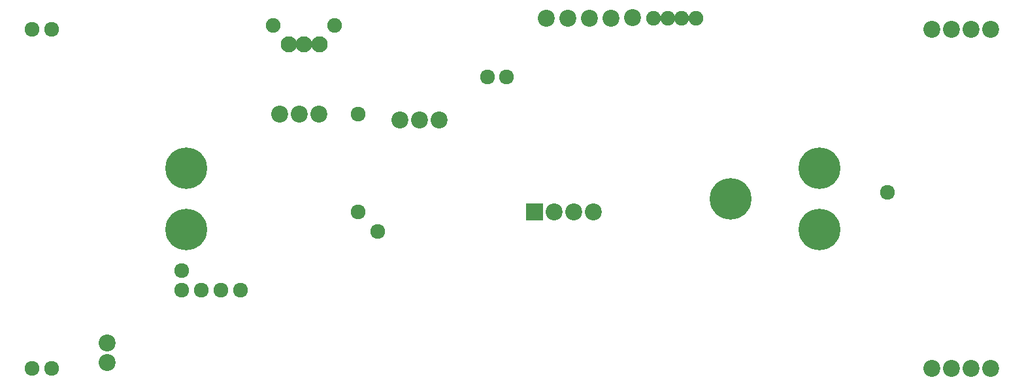
<source format=gbr>
G04 #@! TF.FileFunction,Soldermask,Bot*
%FSLAX46Y46*%
G04 Gerber Fmt 4.6, Leading zero omitted, Abs format (unit mm)*
G04 Created by KiCad (PCBNEW 4.0.2+dfsg1-stable) date mer. 17 juil. 2019 11:13:31 CEST*
%MOMM*%
G01*
G04 APERTURE LIST*
%ADD10C,0.100000*%
%ADD11C,5.400000*%
%ADD12C,1.200000*%
%ADD13C,1.924000*%
%ADD14C,2.200000*%
%ADD15C,1.900000*%
%ADD16C,2.100000*%
%ADD17R,2.200000X2.200000*%
G04 APERTURE END LIST*
D10*
D11*
X104750000Y-101000000D03*
D12*
X104750000Y-99000000D03*
X106750000Y-101000000D03*
X104750000Y-103000000D03*
X102750000Y-101000000D03*
X106160000Y-99590000D03*
X106160000Y-102410000D03*
X103340000Y-102410000D03*
X103340000Y-99590000D03*
D11*
X104750000Y-109000000D03*
D12*
X104750000Y-107000000D03*
X106750000Y-109000000D03*
X104750000Y-111000000D03*
X102750000Y-109000000D03*
X106160000Y-107590000D03*
X106160000Y-110410000D03*
X103340000Y-110410000D03*
X103340000Y-107590000D03*
D11*
X175250000Y-105000000D03*
D12*
X175250000Y-103000000D03*
X177250000Y-105000000D03*
X175250000Y-107000000D03*
X173250000Y-105000000D03*
X176660000Y-103590000D03*
X176660000Y-106410000D03*
X173840000Y-106410000D03*
X173840000Y-103590000D03*
D11*
X186750000Y-101000000D03*
D12*
X186750000Y-99000000D03*
X188750000Y-101000000D03*
X186750000Y-103000000D03*
X184750000Y-101000000D03*
X188160000Y-99590000D03*
X188160000Y-102410000D03*
X185340000Y-102410000D03*
X185340000Y-99590000D03*
D11*
X186750000Y-109000000D03*
D12*
X186750000Y-107000000D03*
X188750000Y-109000000D03*
X186750000Y-111000000D03*
X184750000Y-109000000D03*
X188160000Y-107590000D03*
X188160000Y-110410000D03*
X185340000Y-110410000D03*
X185340000Y-107590000D03*
D13*
X146250000Y-89200000D03*
X143750000Y-89200000D03*
X84730000Y-127000000D03*
X87270000Y-127000000D03*
X84730000Y-83000000D03*
X87270000Y-83000000D03*
D14*
X94500000Y-126270000D03*
X94500000Y-123730000D03*
X151370000Y-81530000D03*
X154170000Y-81530000D03*
X156970000Y-81530000D03*
X159770000Y-81530000D03*
X162600000Y-81480000D03*
D15*
X165250000Y-81530000D03*
X167100000Y-81530000D03*
X168950000Y-81530000D03*
X170800000Y-81530000D03*
D16*
X122000000Y-84890000D03*
X120000000Y-84890000D03*
X118000000Y-84890000D03*
D15*
X124000000Y-82490000D03*
X116000000Y-82490000D03*
D14*
X137540000Y-94750000D03*
X135000000Y-94750000D03*
X132460000Y-94750000D03*
D13*
X195580000Y-104140000D03*
X106680000Y-116840000D03*
X109220000Y-116840000D03*
X104140000Y-116840000D03*
X111760000Y-116840000D03*
D14*
X116840000Y-93980000D03*
X119380000Y-93980000D03*
X121920000Y-93980000D03*
D13*
X127000000Y-93980000D03*
D14*
X201320000Y-83000000D03*
X203890000Y-83000000D03*
X206430000Y-83000000D03*
X209000000Y-83000000D03*
X201320000Y-127000000D03*
X203890000Y-127000000D03*
X206430000Y-127000000D03*
X209000000Y-127000000D03*
D13*
X104140000Y-114300000D03*
X129540000Y-109220000D03*
X127000000Y-106680000D03*
D17*
X149860000Y-106680000D03*
D14*
X152400000Y-106680000D03*
X154940000Y-106680000D03*
X157480000Y-106680000D03*
M02*

</source>
